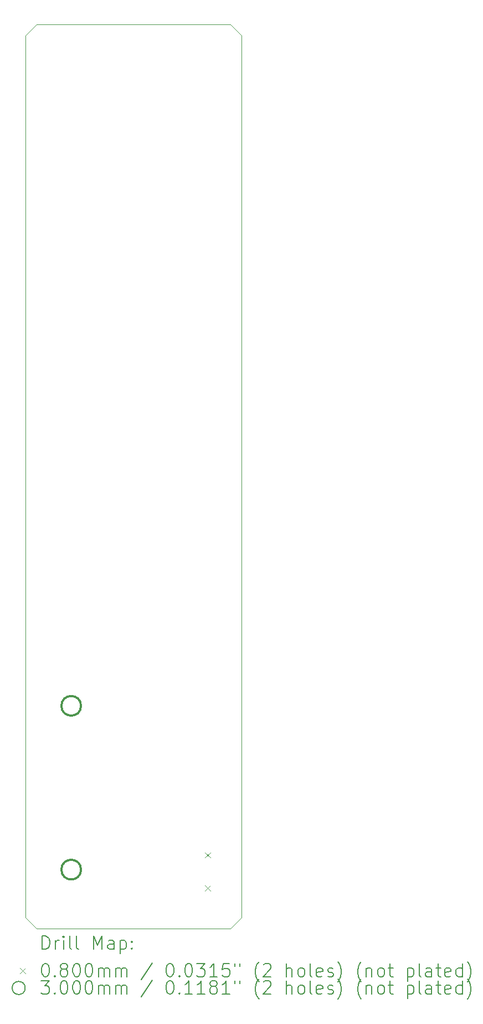
<source format=gbr>
%TF.GenerationSoftware,KiCad,Pcbnew,8.0.7*%
%TF.CreationDate,2025-01-01T13:33:24+01:00*%
%TF.ProjectId,termometer_kombo,7465726d-6f6d-4657-9465-725f6b6f6d62,rev?*%
%TF.SameCoordinates,Original*%
%TF.FileFunction,Drillmap*%
%TF.FilePolarity,Positive*%
%FSLAX45Y45*%
G04 Gerber Fmt 4.5, Leading zero omitted, Abs format (unit mm)*
G04 Created by KiCad (PCBNEW 8.0.7) date 2025-01-01 13:33:24*
%MOMM*%
%LPD*%
G01*
G04 APERTURE LIST*
%ADD10C,0.050000*%
%ADD11C,0.200000*%
%ADD12C,0.100000*%
%ADD13C,0.300000*%
G04 APERTURE END LIST*
D10*
X8670000Y-16400000D02*
X8500000Y-16230000D01*
X8500000Y-2770000D02*
X8500000Y-16230000D01*
X11800000Y-16230000D02*
X11630000Y-16400000D01*
X11630000Y-2600000D02*
X8670000Y-2600000D01*
X11800000Y-2770000D02*
X11630000Y-2600000D01*
X11800000Y-16230000D02*
X11800000Y-2770000D01*
X8670000Y-16400000D02*
X11630000Y-16400000D01*
X8500000Y-2770000D02*
X8670000Y-2600000D01*
D11*
D12*
X11245000Y-15240500D02*
X11325000Y-15320500D01*
X11325000Y-15240500D02*
X11245000Y-15320500D01*
X11245000Y-15740500D02*
X11325000Y-15820500D01*
X11325000Y-15740500D02*
X11245000Y-15820500D01*
D13*
X9350000Y-13000000D02*
G75*
G02*
X9050000Y-13000000I-150000J0D01*
G01*
X9050000Y-13000000D02*
G75*
G02*
X9350000Y-13000000I150000J0D01*
G01*
X9350000Y-15500000D02*
G75*
G02*
X9050000Y-15500000I-150000J0D01*
G01*
X9050000Y-15500000D02*
G75*
G02*
X9350000Y-15500000I150000J0D01*
G01*
D11*
X8758277Y-16713984D02*
X8758277Y-16513984D01*
X8758277Y-16513984D02*
X8805896Y-16513984D01*
X8805896Y-16513984D02*
X8834467Y-16523508D01*
X8834467Y-16523508D02*
X8853515Y-16542555D01*
X8853515Y-16542555D02*
X8863039Y-16561603D01*
X8863039Y-16561603D02*
X8872563Y-16599698D01*
X8872563Y-16599698D02*
X8872563Y-16628269D01*
X8872563Y-16628269D02*
X8863039Y-16666365D01*
X8863039Y-16666365D02*
X8853515Y-16685412D01*
X8853515Y-16685412D02*
X8834467Y-16704460D01*
X8834467Y-16704460D02*
X8805896Y-16713984D01*
X8805896Y-16713984D02*
X8758277Y-16713984D01*
X8958277Y-16713984D02*
X8958277Y-16580650D01*
X8958277Y-16618746D02*
X8967801Y-16599698D01*
X8967801Y-16599698D02*
X8977324Y-16590174D01*
X8977324Y-16590174D02*
X8996372Y-16580650D01*
X8996372Y-16580650D02*
X9015420Y-16580650D01*
X9082086Y-16713984D02*
X9082086Y-16580650D01*
X9082086Y-16513984D02*
X9072563Y-16523508D01*
X9072563Y-16523508D02*
X9082086Y-16533031D01*
X9082086Y-16533031D02*
X9091610Y-16523508D01*
X9091610Y-16523508D02*
X9082086Y-16513984D01*
X9082086Y-16513984D02*
X9082086Y-16533031D01*
X9205896Y-16713984D02*
X9186848Y-16704460D01*
X9186848Y-16704460D02*
X9177324Y-16685412D01*
X9177324Y-16685412D02*
X9177324Y-16513984D01*
X9310658Y-16713984D02*
X9291610Y-16704460D01*
X9291610Y-16704460D02*
X9282086Y-16685412D01*
X9282086Y-16685412D02*
X9282086Y-16513984D01*
X9539229Y-16713984D02*
X9539229Y-16513984D01*
X9539229Y-16513984D02*
X9605896Y-16656841D01*
X9605896Y-16656841D02*
X9672563Y-16513984D01*
X9672563Y-16513984D02*
X9672563Y-16713984D01*
X9853515Y-16713984D02*
X9853515Y-16609222D01*
X9853515Y-16609222D02*
X9843991Y-16590174D01*
X9843991Y-16590174D02*
X9824944Y-16580650D01*
X9824944Y-16580650D02*
X9786848Y-16580650D01*
X9786848Y-16580650D02*
X9767801Y-16590174D01*
X9853515Y-16704460D02*
X9834467Y-16713984D01*
X9834467Y-16713984D02*
X9786848Y-16713984D01*
X9786848Y-16713984D02*
X9767801Y-16704460D01*
X9767801Y-16704460D02*
X9758277Y-16685412D01*
X9758277Y-16685412D02*
X9758277Y-16666365D01*
X9758277Y-16666365D02*
X9767801Y-16647317D01*
X9767801Y-16647317D02*
X9786848Y-16637793D01*
X9786848Y-16637793D02*
X9834467Y-16637793D01*
X9834467Y-16637793D02*
X9853515Y-16628269D01*
X9948753Y-16580650D02*
X9948753Y-16780650D01*
X9948753Y-16590174D02*
X9967801Y-16580650D01*
X9967801Y-16580650D02*
X10005896Y-16580650D01*
X10005896Y-16580650D02*
X10024944Y-16590174D01*
X10024944Y-16590174D02*
X10034467Y-16599698D01*
X10034467Y-16599698D02*
X10043991Y-16618746D01*
X10043991Y-16618746D02*
X10043991Y-16675888D01*
X10043991Y-16675888D02*
X10034467Y-16694936D01*
X10034467Y-16694936D02*
X10024944Y-16704460D01*
X10024944Y-16704460D02*
X10005896Y-16713984D01*
X10005896Y-16713984D02*
X9967801Y-16713984D01*
X9967801Y-16713984D02*
X9948753Y-16704460D01*
X10129705Y-16694936D02*
X10139229Y-16704460D01*
X10139229Y-16704460D02*
X10129705Y-16713984D01*
X10129705Y-16713984D02*
X10120182Y-16704460D01*
X10120182Y-16704460D02*
X10129705Y-16694936D01*
X10129705Y-16694936D02*
X10129705Y-16713984D01*
X10129705Y-16590174D02*
X10139229Y-16599698D01*
X10139229Y-16599698D02*
X10129705Y-16609222D01*
X10129705Y-16609222D02*
X10120182Y-16599698D01*
X10120182Y-16599698D02*
X10129705Y-16590174D01*
X10129705Y-16590174D02*
X10129705Y-16609222D01*
D12*
X8417500Y-17002500D02*
X8497500Y-17082500D01*
X8497500Y-17002500D02*
X8417500Y-17082500D01*
D11*
X8796372Y-16933984D02*
X8815420Y-16933984D01*
X8815420Y-16933984D02*
X8834467Y-16943508D01*
X8834467Y-16943508D02*
X8843991Y-16953031D01*
X8843991Y-16953031D02*
X8853515Y-16972079D01*
X8853515Y-16972079D02*
X8863039Y-17010174D01*
X8863039Y-17010174D02*
X8863039Y-17057793D01*
X8863039Y-17057793D02*
X8853515Y-17095889D01*
X8853515Y-17095889D02*
X8843991Y-17114936D01*
X8843991Y-17114936D02*
X8834467Y-17124460D01*
X8834467Y-17124460D02*
X8815420Y-17133984D01*
X8815420Y-17133984D02*
X8796372Y-17133984D01*
X8796372Y-17133984D02*
X8777324Y-17124460D01*
X8777324Y-17124460D02*
X8767801Y-17114936D01*
X8767801Y-17114936D02*
X8758277Y-17095889D01*
X8758277Y-17095889D02*
X8748753Y-17057793D01*
X8748753Y-17057793D02*
X8748753Y-17010174D01*
X8748753Y-17010174D02*
X8758277Y-16972079D01*
X8758277Y-16972079D02*
X8767801Y-16953031D01*
X8767801Y-16953031D02*
X8777324Y-16943508D01*
X8777324Y-16943508D02*
X8796372Y-16933984D01*
X8948753Y-17114936D02*
X8958277Y-17124460D01*
X8958277Y-17124460D02*
X8948753Y-17133984D01*
X8948753Y-17133984D02*
X8939229Y-17124460D01*
X8939229Y-17124460D02*
X8948753Y-17114936D01*
X8948753Y-17114936D02*
X8948753Y-17133984D01*
X9072563Y-17019698D02*
X9053515Y-17010174D01*
X9053515Y-17010174D02*
X9043991Y-17000650D01*
X9043991Y-17000650D02*
X9034467Y-16981603D01*
X9034467Y-16981603D02*
X9034467Y-16972079D01*
X9034467Y-16972079D02*
X9043991Y-16953031D01*
X9043991Y-16953031D02*
X9053515Y-16943508D01*
X9053515Y-16943508D02*
X9072563Y-16933984D01*
X9072563Y-16933984D02*
X9110658Y-16933984D01*
X9110658Y-16933984D02*
X9129705Y-16943508D01*
X9129705Y-16943508D02*
X9139229Y-16953031D01*
X9139229Y-16953031D02*
X9148753Y-16972079D01*
X9148753Y-16972079D02*
X9148753Y-16981603D01*
X9148753Y-16981603D02*
X9139229Y-17000650D01*
X9139229Y-17000650D02*
X9129705Y-17010174D01*
X9129705Y-17010174D02*
X9110658Y-17019698D01*
X9110658Y-17019698D02*
X9072563Y-17019698D01*
X9072563Y-17019698D02*
X9053515Y-17029222D01*
X9053515Y-17029222D02*
X9043991Y-17038746D01*
X9043991Y-17038746D02*
X9034467Y-17057793D01*
X9034467Y-17057793D02*
X9034467Y-17095889D01*
X9034467Y-17095889D02*
X9043991Y-17114936D01*
X9043991Y-17114936D02*
X9053515Y-17124460D01*
X9053515Y-17124460D02*
X9072563Y-17133984D01*
X9072563Y-17133984D02*
X9110658Y-17133984D01*
X9110658Y-17133984D02*
X9129705Y-17124460D01*
X9129705Y-17124460D02*
X9139229Y-17114936D01*
X9139229Y-17114936D02*
X9148753Y-17095889D01*
X9148753Y-17095889D02*
X9148753Y-17057793D01*
X9148753Y-17057793D02*
X9139229Y-17038746D01*
X9139229Y-17038746D02*
X9129705Y-17029222D01*
X9129705Y-17029222D02*
X9110658Y-17019698D01*
X9272563Y-16933984D02*
X9291610Y-16933984D01*
X9291610Y-16933984D02*
X9310658Y-16943508D01*
X9310658Y-16943508D02*
X9320182Y-16953031D01*
X9320182Y-16953031D02*
X9329705Y-16972079D01*
X9329705Y-16972079D02*
X9339229Y-17010174D01*
X9339229Y-17010174D02*
X9339229Y-17057793D01*
X9339229Y-17057793D02*
X9329705Y-17095889D01*
X9329705Y-17095889D02*
X9320182Y-17114936D01*
X9320182Y-17114936D02*
X9310658Y-17124460D01*
X9310658Y-17124460D02*
X9291610Y-17133984D01*
X9291610Y-17133984D02*
X9272563Y-17133984D01*
X9272563Y-17133984D02*
X9253515Y-17124460D01*
X9253515Y-17124460D02*
X9243991Y-17114936D01*
X9243991Y-17114936D02*
X9234467Y-17095889D01*
X9234467Y-17095889D02*
X9224944Y-17057793D01*
X9224944Y-17057793D02*
X9224944Y-17010174D01*
X9224944Y-17010174D02*
X9234467Y-16972079D01*
X9234467Y-16972079D02*
X9243991Y-16953031D01*
X9243991Y-16953031D02*
X9253515Y-16943508D01*
X9253515Y-16943508D02*
X9272563Y-16933984D01*
X9463039Y-16933984D02*
X9482086Y-16933984D01*
X9482086Y-16933984D02*
X9501134Y-16943508D01*
X9501134Y-16943508D02*
X9510658Y-16953031D01*
X9510658Y-16953031D02*
X9520182Y-16972079D01*
X9520182Y-16972079D02*
X9529705Y-17010174D01*
X9529705Y-17010174D02*
X9529705Y-17057793D01*
X9529705Y-17057793D02*
X9520182Y-17095889D01*
X9520182Y-17095889D02*
X9510658Y-17114936D01*
X9510658Y-17114936D02*
X9501134Y-17124460D01*
X9501134Y-17124460D02*
X9482086Y-17133984D01*
X9482086Y-17133984D02*
X9463039Y-17133984D01*
X9463039Y-17133984D02*
X9443991Y-17124460D01*
X9443991Y-17124460D02*
X9434467Y-17114936D01*
X9434467Y-17114936D02*
X9424944Y-17095889D01*
X9424944Y-17095889D02*
X9415420Y-17057793D01*
X9415420Y-17057793D02*
X9415420Y-17010174D01*
X9415420Y-17010174D02*
X9424944Y-16972079D01*
X9424944Y-16972079D02*
X9434467Y-16953031D01*
X9434467Y-16953031D02*
X9443991Y-16943508D01*
X9443991Y-16943508D02*
X9463039Y-16933984D01*
X9615420Y-17133984D02*
X9615420Y-17000650D01*
X9615420Y-17019698D02*
X9624944Y-17010174D01*
X9624944Y-17010174D02*
X9643991Y-17000650D01*
X9643991Y-17000650D02*
X9672563Y-17000650D01*
X9672563Y-17000650D02*
X9691610Y-17010174D01*
X9691610Y-17010174D02*
X9701134Y-17029222D01*
X9701134Y-17029222D02*
X9701134Y-17133984D01*
X9701134Y-17029222D02*
X9710658Y-17010174D01*
X9710658Y-17010174D02*
X9729705Y-17000650D01*
X9729705Y-17000650D02*
X9758277Y-17000650D01*
X9758277Y-17000650D02*
X9777325Y-17010174D01*
X9777325Y-17010174D02*
X9786848Y-17029222D01*
X9786848Y-17029222D02*
X9786848Y-17133984D01*
X9882086Y-17133984D02*
X9882086Y-17000650D01*
X9882086Y-17019698D02*
X9891610Y-17010174D01*
X9891610Y-17010174D02*
X9910658Y-17000650D01*
X9910658Y-17000650D02*
X9939229Y-17000650D01*
X9939229Y-17000650D02*
X9958277Y-17010174D01*
X9958277Y-17010174D02*
X9967801Y-17029222D01*
X9967801Y-17029222D02*
X9967801Y-17133984D01*
X9967801Y-17029222D02*
X9977325Y-17010174D01*
X9977325Y-17010174D02*
X9996372Y-17000650D01*
X9996372Y-17000650D02*
X10024944Y-17000650D01*
X10024944Y-17000650D02*
X10043991Y-17010174D01*
X10043991Y-17010174D02*
X10053515Y-17029222D01*
X10053515Y-17029222D02*
X10053515Y-17133984D01*
X10443991Y-16924460D02*
X10272563Y-17181603D01*
X10701134Y-16933984D02*
X10720182Y-16933984D01*
X10720182Y-16933984D02*
X10739229Y-16943508D01*
X10739229Y-16943508D02*
X10748753Y-16953031D01*
X10748753Y-16953031D02*
X10758277Y-16972079D01*
X10758277Y-16972079D02*
X10767801Y-17010174D01*
X10767801Y-17010174D02*
X10767801Y-17057793D01*
X10767801Y-17057793D02*
X10758277Y-17095889D01*
X10758277Y-17095889D02*
X10748753Y-17114936D01*
X10748753Y-17114936D02*
X10739229Y-17124460D01*
X10739229Y-17124460D02*
X10720182Y-17133984D01*
X10720182Y-17133984D02*
X10701134Y-17133984D01*
X10701134Y-17133984D02*
X10682087Y-17124460D01*
X10682087Y-17124460D02*
X10672563Y-17114936D01*
X10672563Y-17114936D02*
X10663039Y-17095889D01*
X10663039Y-17095889D02*
X10653515Y-17057793D01*
X10653515Y-17057793D02*
X10653515Y-17010174D01*
X10653515Y-17010174D02*
X10663039Y-16972079D01*
X10663039Y-16972079D02*
X10672563Y-16953031D01*
X10672563Y-16953031D02*
X10682087Y-16943508D01*
X10682087Y-16943508D02*
X10701134Y-16933984D01*
X10853515Y-17114936D02*
X10863039Y-17124460D01*
X10863039Y-17124460D02*
X10853515Y-17133984D01*
X10853515Y-17133984D02*
X10843991Y-17124460D01*
X10843991Y-17124460D02*
X10853515Y-17114936D01*
X10853515Y-17114936D02*
X10853515Y-17133984D01*
X10986848Y-16933984D02*
X11005896Y-16933984D01*
X11005896Y-16933984D02*
X11024944Y-16943508D01*
X11024944Y-16943508D02*
X11034468Y-16953031D01*
X11034468Y-16953031D02*
X11043991Y-16972079D01*
X11043991Y-16972079D02*
X11053515Y-17010174D01*
X11053515Y-17010174D02*
X11053515Y-17057793D01*
X11053515Y-17057793D02*
X11043991Y-17095889D01*
X11043991Y-17095889D02*
X11034468Y-17114936D01*
X11034468Y-17114936D02*
X11024944Y-17124460D01*
X11024944Y-17124460D02*
X11005896Y-17133984D01*
X11005896Y-17133984D02*
X10986848Y-17133984D01*
X10986848Y-17133984D02*
X10967801Y-17124460D01*
X10967801Y-17124460D02*
X10958277Y-17114936D01*
X10958277Y-17114936D02*
X10948753Y-17095889D01*
X10948753Y-17095889D02*
X10939229Y-17057793D01*
X10939229Y-17057793D02*
X10939229Y-17010174D01*
X10939229Y-17010174D02*
X10948753Y-16972079D01*
X10948753Y-16972079D02*
X10958277Y-16953031D01*
X10958277Y-16953031D02*
X10967801Y-16943508D01*
X10967801Y-16943508D02*
X10986848Y-16933984D01*
X11120182Y-16933984D02*
X11243991Y-16933984D01*
X11243991Y-16933984D02*
X11177325Y-17010174D01*
X11177325Y-17010174D02*
X11205896Y-17010174D01*
X11205896Y-17010174D02*
X11224944Y-17019698D01*
X11224944Y-17019698D02*
X11234467Y-17029222D01*
X11234467Y-17029222D02*
X11243991Y-17048270D01*
X11243991Y-17048270D02*
X11243991Y-17095889D01*
X11243991Y-17095889D02*
X11234467Y-17114936D01*
X11234467Y-17114936D02*
X11224944Y-17124460D01*
X11224944Y-17124460D02*
X11205896Y-17133984D01*
X11205896Y-17133984D02*
X11148753Y-17133984D01*
X11148753Y-17133984D02*
X11129706Y-17124460D01*
X11129706Y-17124460D02*
X11120182Y-17114936D01*
X11434467Y-17133984D02*
X11320182Y-17133984D01*
X11377325Y-17133984D02*
X11377325Y-16933984D01*
X11377325Y-16933984D02*
X11358277Y-16962555D01*
X11358277Y-16962555D02*
X11339229Y-16981603D01*
X11339229Y-16981603D02*
X11320182Y-16991127D01*
X11615420Y-16933984D02*
X11520182Y-16933984D01*
X11520182Y-16933984D02*
X11510658Y-17029222D01*
X11510658Y-17029222D02*
X11520182Y-17019698D01*
X11520182Y-17019698D02*
X11539229Y-17010174D01*
X11539229Y-17010174D02*
X11586848Y-17010174D01*
X11586848Y-17010174D02*
X11605896Y-17019698D01*
X11605896Y-17019698D02*
X11615420Y-17029222D01*
X11615420Y-17029222D02*
X11624944Y-17048270D01*
X11624944Y-17048270D02*
X11624944Y-17095889D01*
X11624944Y-17095889D02*
X11615420Y-17114936D01*
X11615420Y-17114936D02*
X11605896Y-17124460D01*
X11605896Y-17124460D02*
X11586848Y-17133984D01*
X11586848Y-17133984D02*
X11539229Y-17133984D01*
X11539229Y-17133984D02*
X11520182Y-17124460D01*
X11520182Y-17124460D02*
X11510658Y-17114936D01*
X11701134Y-16933984D02*
X11701134Y-16972079D01*
X11777325Y-16933984D02*
X11777325Y-16972079D01*
X12072563Y-17210174D02*
X12063039Y-17200650D01*
X12063039Y-17200650D02*
X12043991Y-17172079D01*
X12043991Y-17172079D02*
X12034468Y-17153031D01*
X12034468Y-17153031D02*
X12024944Y-17124460D01*
X12024944Y-17124460D02*
X12015420Y-17076841D01*
X12015420Y-17076841D02*
X12015420Y-17038746D01*
X12015420Y-17038746D02*
X12024944Y-16991127D01*
X12024944Y-16991127D02*
X12034468Y-16962555D01*
X12034468Y-16962555D02*
X12043991Y-16943508D01*
X12043991Y-16943508D02*
X12063039Y-16914936D01*
X12063039Y-16914936D02*
X12072563Y-16905412D01*
X12139229Y-16953031D02*
X12148753Y-16943508D01*
X12148753Y-16943508D02*
X12167801Y-16933984D01*
X12167801Y-16933984D02*
X12215420Y-16933984D01*
X12215420Y-16933984D02*
X12234468Y-16943508D01*
X12234468Y-16943508D02*
X12243991Y-16953031D01*
X12243991Y-16953031D02*
X12253515Y-16972079D01*
X12253515Y-16972079D02*
X12253515Y-16991127D01*
X12253515Y-16991127D02*
X12243991Y-17019698D01*
X12243991Y-17019698D02*
X12129706Y-17133984D01*
X12129706Y-17133984D02*
X12253515Y-17133984D01*
X12491610Y-17133984D02*
X12491610Y-16933984D01*
X12577325Y-17133984D02*
X12577325Y-17029222D01*
X12577325Y-17029222D02*
X12567801Y-17010174D01*
X12567801Y-17010174D02*
X12548753Y-17000650D01*
X12548753Y-17000650D02*
X12520182Y-17000650D01*
X12520182Y-17000650D02*
X12501134Y-17010174D01*
X12501134Y-17010174D02*
X12491610Y-17019698D01*
X12701134Y-17133984D02*
X12682087Y-17124460D01*
X12682087Y-17124460D02*
X12672563Y-17114936D01*
X12672563Y-17114936D02*
X12663039Y-17095889D01*
X12663039Y-17095889D02*
X12663039Y-17038746D01*
X12663039Y-17038746D02*
X12672563Y-17019698D01*
X12672563Y-17019698D02*
X12682087Y-17010174D01*
X12682087Y-17010174D02*
X12701134Y-17000650D01*
X12701134Y-17000650D02*
X12729706Y-17000650D01*
X12729706Y-17000650D02*
X12748753Y-17010174D01*
X12748753Y-17010174D02*
X12758277Y-17019698D01*
X12758277Y-17019698D02*
X12767801Y-17038746D01*
X12767801Y-17038746D02*
X12767801Y-17095889D01*
X12767801Y-17095889D02*
X12758277Y-17114936D01*
X12758277Y-17114936D02*
X12748753Y-17124460D01*
X12748753Y-17124460D02*
X12729706Y-17133984D01*
X12729706Y-17133984D02*
X12701134Y-17133984D01*
X12882087Y-17133984D02*
X12863039Y-17124460D01*
X12863039Y-17124460D02*
X12853515Y-17105412D01*
X12853515Y-17105412D02*
X12853515Y-16933984D01*
X13034468Y-17124460D02*
X13015420Y-17133984D01*
X13015420Y-17133984D02*
X12977325Y-17133984D01*
X12977325Y-17133984D02*
X12958277Y-17124460D01*
X12958277Y-17124460D02*
X12948753Y-17105412D01*
X12948753Y-17105412D02*
X12948753Y-17029222D01*
X12948753Y-17029222D02*
X12958277Y-17010174D01*
X12958277Y-17010174D02*
X12977325Y-17000650D01*
X12977325Y-17000650D02*
X13015420Y-17000650D01*
X13015420Y-17000650D02*
X13034468Y-17010174D01*
X13034468Y-17010174D02*
X13043991Y-17029222D01*
X13043991Y-17029222D02*
X13043991Y-17048270D01*
X13043991Y-17048270D02*
X12948753Y-17067317D01*
X13120182Y-17124460D02*
X13139230Y-17133984D01*
X13139230Y-17133984D02*
X13177325Y-17133984D01*
X13177325Y-17133984D02*
X13196372Y-17124460D01*
X13196372Y-17124460D02*
X13205896Y-17105412D01*
X13205896Y-17105412D02*
X13205896Y-17095889D01*
X13205896Y-17095889D02*
X13196372Y-17076841D01*
X13196372Y-17076841D02*
X13177325Y-17067317D01*
X13177325Y-17067317D02*
X13148753Y-17067317D01*
X13148753Y-17067317D02*
X13129706Y-17057793D01*
X13129706Y-17057793D02*
X13120182Y-17038746D01*
X13120182Y-17038746D02*
X13120182Y-17029222D01*
X13120182Y-17029222D02*
X13129706Y-17010174D01*
X13129706Y-17010174D02*
X13148753Y-17000650D01*
X13148753Y-17000650D02*
X13177325Y-17000650D01*
X13177325Y-17000650D02*
X13196372Y-17010174D01*
X13272563Y-17210174D02*
X13282087Y-17200650D01*
X13282087Y-17200650D02*
X13301134Y-17172079D01*
X13301134Y-17172079D02*
X13310658Y-17153031D01*
X13310658Y-17153031D02*
X13320182Y-17124460D01*
X13320182Y-17124460D02*
X13329706Y-17076841D01*
X13329706Y-17076841D02*
X13329706Y-17038746D01*
X13329706Y-17038746D02*
X13320182Y-16991127D01*
X13320182Y-16991127D02*
X13310658Y-16962555D01*
X13310658Y-16962555D02*
X13301134Y-16943508D01*
X13301134Y-16943508D02*
X13282087Y-16914936D01*
X13282087Y-16914936D02*
X13272563Y-16905412D01*
X13634468Y-17210174D02*
X13624944Y-17200650D01*
X13624944Y-17200650D02*
X13605896Y-17172079D01*
X13605896Y-17172079D02*
X13596372Y-17153031D01*
X13596372Y-17153031D02*
X13586849Y-17124460D01*
X13586849Y-17124460D02*
X13577325Y-17076841D01*
X13577325Y-17076841D02*
X13577325Y-17038746D01*
X13577325Y-17038746D02*
X13586849Y-16991127D01*
X13586849Y-16991127D02*
X13596372Y-16962555D01*
X13596372Y-16962555D02*
X13605896Y-16943508D01*
X13605896Y-16943508D02*
X13624944Y-16914936D01*
X13624944Y-16914936D02*
X13634468Y-16905412D01*
X13710658Y-17000650D02*
X13710658Y-17133984D01*
X13710658Y-17019698D02*
X13720182Y-17010174D01*
X13720182Y-17010174D02*
X13739230Y-17000650D01*
X13739230Y-17000650D02*
X13767801Y-17000650D01*
X13767801Y-17000650D02*
X13786849Y-17010174D01*
X13786849Y-17010174D02*
X13796372Y-17029222D01*
X13796372Y-17029222D02*
X13796372Y-17133984D01*
X13920182Y-17133984D02*
X13901134Y-17124460D01*
X13901134Y-17124460D02*
X13891611Y-17114936D01*
X13891611Y-17114936D02*
X13882087Y-17095889D01*
X13882087Y-17095889D02*
X13882087Y-17038746D01*
X13882087Y-17038746D02*
X13891611Y-17019698D01*
X13891611Y-17019698D02*
X13901134Y-17010174D01*
X13901134Y-17010174D02*
X13920182Y-17000650D01*
X13920182Y-17000650D02*
X13948753Y-17000650D01*
X13948753Y-17000650D02*
X13967801Y-17010174D01*
X13967801Y-17010174D02*
X13977325Y-17019698D01*
X13977325Y-17019698D02*
X13986849Y-17038746D01*
X13986849Y-17038746D02*
X13986849Y-17095889D01*
X13986849Y-17095889D02*
X13977325Y-17114936D01*
X13977325Y-17114936D02*
X13967801Y-17124460D01*
X13967801Y-17124460D02*
X13948753Y-17133984D01*
X13948753Y-17133984D02*
X13920182Y-17133984D01*
X14043992Y-17000650D02*
X14120182Y-17000650D01*
X14072563Y-16933984D02*
X14072563Y-17105412D01*
X14072563Y-17105412D02*
X14082087Y-17124460D01*
X14082087Y-17124460D02*
X14101134Y-17133984D01*
X14101134Y-17133984D02*
X14120182Y-17133984D01*
X14339230Y-17000650D02*
X14339230Y-17200650D01*
X14339230Y-17010174D02*
X14358277Y-17000650D01*
X14358277Y-17000650D02*
X14396373Y-17000650D01*
X14396373Y-17000650D02*
X14415420Y-17010174D01*
X14415420Y-17010174D02*
X14424944Y-17019698D01*
X14424944Y-17019698D02*
X14434468Y-17038746D01*
X14434468Y-17038746D02*
X14434468Y-17095889D01*
X14434468Y-17095889D02*
X14424944Y-17114936D01*
X14424944Y-17114936D02*
X14415420Y-17124460D01*
X14415420Y-17124460D02*
X14396373Y-17133984D01*
X14396373Y-17133984D02*
X14358277Y-17133984D01*
X14358277Y-17133984D02*
X14339230Y-17124460D01*
X14548753Y-17133984D02*
X14529706Y-17124460D01*
X14529706Y-17124460D02*
X14520182Y-17105412D01*
X14520182Y-17105412D02*
X14520182Y-16933984D01*
X14710658Y-17133984D02*
X14710658Y-17029222D01*
X14710658Y-17029222D02*
X14701134Y-17010174D01*
X14701134Y-17010174D02*
X14682087Y-17000650D01*
X14682087Y-17000650D02*
X14643992Y-17000650D01*
X14643992Y-17000650D02*
X14624944Y-17010174D01*
X14710658Y-17124460D02*
X14691611Y-17133984D01*
X14691611Y-17133984D02*
X14643992Y-17133984D01*
X14643992Y-17133984D02*
X14624944Y-17124460D01*
X14624944Y-17124460D02*
X14615420Y-17105412D01*
X14615420Y-17105412D02*
X14615420Y-17086365D01*
X14615420Y-17086365D02*
X14624944Y-17067317D01*
X14624944Y-17067317D02*
X14643992Y-17057793D01*
X14643992Y-17057793D02*
X14691611Y-17057793D01*
X14691611Y-17057793D02*
X14710658Y-17048270D01*
X14777325Y-17000650D02*
X14853515Y-17000650D01*
X14805896Y-16933984D02*
X14805896Y-17105412D01*
X14805896Y-17105412D02*
X14815420Y-17124460D01*
X14815420Y-17124460D02*
X14834468Y-17133984D01*
X14834468Y-17133984D02*
X14853515Y-17133984D01*
X14996373Y-17124460D02*
X14977325Y-17133984D01*
X14977325Y-17133984D02*
X14939230Y-17133984D01*
X14939230Y-17133984D02*
X14920182Y-17124460D01*
X14920182Y-17124460D02*
X14910658Y-17105412D01*
X14910658Y-17105412D02*
X14910658Y-17029222D01*
X14910658Y-17029222D02*
X14920182Y-17010174D01*
X14920182Y-17010174D02*
X14939230Y-17000650D01*
X14939230Y-17000650D02*
X14977325Y-17000650D01*
X14977325Y-17000650D02*
X14996373Y-17010174D01*
X14996373Y-17010174D02*
X15005896Y-17029222D01*
X15005896Y-17029222D02*
X15005896Y-17048270D01*
X15005896Y-17048270D02*
X14910658Y-17067317D01*
X15177325Y-17133984D02*
X15177325Y-16933984D01*
X15177325Y-17124460D02*
X15158277Y-17133984D01*
X15158277Y-17133984D02*
X15120182Y-17133984D01*
X15120182Y-17133984D02*
X15101134Y-17124460D01*
X15101134Y-17124460D02*
X15091611Y-17114936D01*
X15091611Y-17114936D02*
X15082087Y-17095889D01*
X15082087Y-17095889D02*
X15082087Y-17038746D01*
X15082087Y-17038746D02*
X15091611Y-17019698D01*
X15091611Y-17019698D02*
X15101134Y-17010174D01*
X15101134Y-17010174D02*
X15120182Y-17000650D01*
X15120182Y-17000650D02*
X15158277Y-17000650D01*
X15158277Y-17000650D02*
X15177325Y-17010174D01*
X15253515Y-17210174D02*
X15263039Y-17200650D01*
X15263039Y-17200650D02*
X15282087Y-17172079D01*
X15282087Y-17172079D02*
X15291611Y-17153031D01*
X15291611Y-17153031D02*
X15301134Y-17124460D01*
X15301134Y-17124460D02*
X15310658Y-17076841D01*
X15310658Y-17076841D02*
X15310658Y-17038746D01*
X15310658Y-17038746D02*
X15301134Y-16991127D01*
X15301134Y-16991127D02*
X15291611Y-16962555D01*
X15291611Y-16962555D02*
X15282087Y-16943508D01*
X15282087Y-16943508D02*
X15263039Y-16914936D01*
X15263039Y-16914936D02*
X15253515Y-16905412D01*
X8497500Y-17306500D02*
G75*
G02*
X8297500Y-17306500I-100000J0D01*
G01*
X8297500Y-17306500D02*
G75*
G02*
X8497500Y-17306500I100000J0D01*
G01*
X8739229Y-17197984D02*
X8863039Y-17197984D01*
X8863039Y-17197984D02*
X8796372Y-17274174D01*
X8796372Y-17274174D02*
X8824944Y-17274174D01*
X8824944Y-17274174D02*
X8843991Y-17283698D01*
X8843991Y-17283698D02*
X8853515Y-17293222D01*
X8853515Y-17293222D02*
X8863039Y-17312270D01*
X8863039Y-17312270D02*
X8863039Y-17359889D01*
X8863039Y-17359889D02*
X8853515Y-17378936D01*
X8853515Y-17378936D02*
X8843991Y-17388460D01*
X8843991Y-17388460D02*
X8824944Y-17397984D01*
X8824944Y-17397984D02*
X8767801Y-17397984D01*
X8767801Y-17397984D02*
X8748753Y-17388460D01*
X8748753Y-17388460D02*
X8739229Y-17378936D01*
X8948753Y-17378936D02*
X8958277Y-17388460D01*
X8958277Y-17388460D02*
X8948753Y-17397984D01*
X8948753Y-17397984D02*
X8939229Y-17388460D01*
X8939229Y-17388460D02*
X8948753Y-17378936D01*
X8948753Y-17378936D02*
X8948753Y-17397984D01*
X9082086Y-17197984D02*
X9101134Y-17197984D01*
X9101134Y-17197984D02*
X9120182Y-17207508D01*
X9120182Y-17207508D02*
X9129705Y-17217031D01*
X9129705Y-17217031D02*
X9139229Y-17236079D01*
X9139229Y-17236079D02*
X9148753Y-17274174D01*
X9148753Y-17274174D02*
X9148753Y-17321793D01*
X9148753Y-17321793D02*
X9139229Y-17359889D01*
X9139229Y-17359889D02*
X9129705Y-17378936D01*
X9129705Y-17378936D02*
X9120182Y-17388460D01*
X9120182Y-17388460D02*
X9101134Y-17397984D01*
X9101134Y-17397984D02*
X9082086Y-17397984D01*
X9082086Y-17397984D02*
X9063039Y-17388460D01*
X9063039Y-17388460D02*
X9053515Y-17378936D01*
X9053515Y-17378936D02*
X9043991Y-17359889D01*
X9043991Y-17359889D02*
X9034467Y-17321793D01*
X9034467Y-17321793D02*
X9034467Y-17274174D01*
X9034467Y-17274174D02*
X9043991Y-17236079D01*
X9043991Y-17236079D02*
X9053515Y-17217031D01*
X9053515Y-17217031D02*
X9063039Y-17207508D01*
X9063039Y-17207508D02*
X9082086Y-17197984D01*
X9272563Y-17197984D02*
X9291610Y-17197984D01*
X9291610Y-17197984D02*
X9310658Y-17207508D01*
X9310658Y-17207508D02*
X9320182Y-17217031D01*
X9320182Y-17217031D02*
X9329705Y-17236079D01*
X9329705Y-17236079D02*
X9339229Y-17274174D01*
X9339229Y-17274174D02*
X9339229Y-17321793D01*
X9339229Y-17321793D02*
X9329705Y-17359889D01*
X9329705Y-17359889D02*
X9320182Y-17378936D01*
X9320182Y-17378936D02*
X9310658Y-17388460D01*
X9310658Y-17388460D02*
X9291610Y-17397984D01*
X9291610Y-17397984D02*
X9272563Y-17397984D01*
X9272563Y-17397984D02*
X9253515Y-17388460D01*
X9253515Y-17388460D02*
X9243991Y-17378936D01*
X9243991Y-17378936D02*
X9234467Y-17359889D01*
X9234467Y-17359889D02*
X9224944Y-17321793D01*
X9224944Y-17321793D02*
X9224944Y-17274174D01*
X9224944Y-17274174D02*
X9234467Y-17236079D01*
X9234467Y-17236079D02*
X9243991Y-17217031D01*
X9243991Y-17217031D02*
X9253515Y-17207508D01*
X9253515Y-17207508D02*
X9272563Y-17197984D01*
X9463039Y-17197984D02*
X9482086Y-17197984D01*
X9482086Y-17197984D02*
X9501134Y-17207508D01*
X9501134Y-17207508D02*
X9510658Y-17217031D01*
X9510658Y-17217031D02*
X9520182Y-17236079D01*
X9520182Y-17236079D02*
X9529705Y-17274174D01*
X9529705Y-17274174D02*
X9529705Y-17321793D01*
X9529705Y-17321793D02*
X9520182Y-17359889D01*
X9520182Y-17359889D02*
X9510658Y-17378936D01*
X9510658Y-17378936D02*
X9501134Y-17388460D01*
X9501134Y-17388460D02*
X9482086Y-17397984D01*
X9482086Y-17397984D02*
X9463039Y-17397984D01*
X9463039Y-17397984D02*
X9443991Y-17388460D01*
X9443991Y-17388460D02*
X9434467Y-17378936D01*
X9434467Y-17378936D02*
X9424944Y-17359889D01*
X9424944Y-17359889D02*
X9415420Y-17321793D01*
X9415420Y-17321793D02*
X9415420Y-17274174D01*
X9415420Y-17274174D02*
X9424944Y-17236079D01*
X9424944Y-17236079D02*
X9434467Y-17217031D01*
X9434467Y-17217031D02*
X9443991Y-17207508D01*
X9443991Y-17207508D02*
X9463039Y-17197984D01*
X9615420Y-17397984D02*
X9615420Y-17264650D01*
X9615420Y-17283698D02*
X9624944Y-17274174D01*
X9624944Y-17274174D02*
X9643991Y-17264650D01*
X9643991Y-17264650D02*
X9672563Y-17264650D01*
X9672563Y-17264650D02*
X9691610Y-17274174D01*
X9691610Y-17274174D02*
X9701134Y-17293222D01*
X9701134Y-17293222D02*
X9701134Y-17397984D01*
X9701134Y-17293222D02*
X9710658Y-17274174D01*
X9710658Y-17274174D02*
X9729705Y-17264650D01*
X9729705Y-17264650D02*
X9758277Y-17264650D01*
X9758277Y-17264650D02*
X9777325Y-17274174D01*
X9777325Y-17274174D02*
X9786848Y-17293222D01*
X9786848Y-17293222D02*
X9786848Y-17397984D01*
X9882086Y-17397984D02*
X9882086Y-17264650D01*
X9882086Y-17283698D02*
X9891610Y-17274174D01*
X9891610Y-17274174D02*
X9910658Y-17264650D01*
X9910658Y-17264650D02*
X9939229Y-17264650D01*
X9939229Y-17264650D02*
X9958277Y-17274174D01*
X9958277Y-17274174D02*
X9967801Y-17293222D01*
X9967801Y-17293222D02*
X9967801Y-17397984D01*
X9967801Y-17293222D02*
X9977325Y-17274174D01*
X9977325Y-17274174D02*
X9996372Y-17264650D01*
X9996372Y-17264650D02*
X10024944Y-17264650D01*
X10024944Y-17264650D02*
X10043991Y-17274174D01*
X10043991Y-17274174D02*
X10053515Y-17293222D01*
X10053515Y-17293222D02*
X10053515Y-17397984D01*
X10443991Y-17188460D02*
X10272563Y-17445603D01*
X10701134Y-17197984D02*
X10720182Y-17197984D01*
X10720182Y-17197984D02*
X10739229Y-17207508D01*
X10739229Y-17207508D02*
X10748753Y-17217031D01*
X10748753Y-17217031D02*
X10758277Y-17236079D01*
X10758277Y-17236079D02*
X10767801Y-17274174D01*
X10767801Y-17274174D02*
X10767801Y-17321793D01*
X10767801Y-17321793D02*
X10758277Y-17359889D01*
X10758277Y-17359889D02*
X10748753Y-17378936D01*
X10748753Y-17378936D02*
X10739229Y-17388460D01*
X10739229Y-17388460D02*
X10720182Y-17397984D01*
X10720182Y-17397984D02*
X10701134Y-17397984D01*
X10701134Y-17397984D02*
X10682087Y-17388460D01*
X10682087Y-17388460D02*
X10672563Y-17378936D01*
X10672563Y-17378936D02*
X10663039Y-17359889D01*
X10663039Y-17359889D02*
X10653515Y-17321793D01*
X10653515Y-17321793D02*
X10653515Y-17274174D01*
X10653515Y-17274174D02*
X10663039Y-17236079D01*
X10663039Y-17236079D02*
X10672563Y-17217031D01*
X10672563Y-17217031D02*
X10682087Y-17207508D01*
X10682087Y-17207508D02*
X10701134Y-17197984D01*
X10853515Y-17378936D02*
X10863039Y-17388460D01*
X10863039Y-17388460D02*
X10853515Y-17397984D01*
X10853515Y-17397984D02*
X10843991Y-17388460D01*
X10843991Y-17388460D02*
X10853515Y-17378936D01*
X10853515Y-17378936D02*
X10853515Y-17397984D01*
X11053515Y-17397984D02*
X10939229Y-17397984D01*
X10996372Y-17397984D02*
X10996372Y-17197984D01*
X10996372Y-17197984D02*
X10977325Y-17226555D01*
X10977325Y-17226555D02*
X10958277Y-17245603D01*
X10958277Y-17245603D02*
X10939229Y-17255127D01*
X11243991Y-17397984D02*
X11129706Y-17397984D01*
X11186848Y-17397984D02*
X11186848Y-17197984D01*
X11186848Y-17197984D02*
X11167801Y-17226555D01*
X11167801Y-17226555D02*
X11148753Y-17245603D01*
X11148753Y-17245603D02*
X11129706Y-17255127D01*
X11358277Y-17283698D02*
X11339229Y-17274174D01*
X11339229Y-17274174D02*
X11329706Y-17264650D01*
X11329706Y-17264650D02*
X11320182Y-17245603D01*
X11320182Y-17245603D02*
X11320182Y-17236079D01*
X11320182Y-17236079D02*
X11329706Y-17217031D01*
X11329706Y-17217031D02*
X11339229Y-17207508D01*
X11339229Y-17207508D02*
X11358277Y-17197984D01*
X11358277Y-17197984D02*
X11396372Y-17197984D01*
X11396372Y-17197984D02*
X11415420Y-17207508D01*
X11415420Y-17207508D02*
X11424944Y-17217031D01*
X11424944Y-17217031D02*
X11434467Y-17236079D01*
X11434467Y-17236079D02*
X11434467Y-17245603D01*
X11434467Y-17245603D02*
X11424944Y-17264650D01*
X11424944Y-17264650D02*
X11415420Y-17274174D01*
X11415420Y-17274174D02*
X11396372Y-17283698D01*
X11396372Y-17283698D02*
X11358277Y-17283698D01*
X11358277Y-17283698D02*
X11339229Y-17293222D01*
X11339229Y-17293222D02*
X11329706Y-17302746D01*
X11329706Y-17302746D02*
X11320182Y-17321793D01*
X11320182Y-17321793D02*
X11320182Y-17359889D01*
X11320182Y-17359889D02*
X11329706Y-17378936D01*
X11329706Y-17378936D02*
X11339229Y-17388460D01*
X11339229Y-17388460D02*
X11358277Y-17397984D01*
X11358277Y-17397984D02*
X11396372Y-17397984D01*
X11396372Y-17397984D02*
X11415420Y-17388460D01*
X11415420Y-17388460D02*
X11424944Y-17378936D01*
X11424944Y-17378936D02*
X11434467Y-17359889D01*
X11434467Y-17359889D02*
X11434467Y-17321793D01*
X11434467Y-17321793D02*
X11424944Y-17302746D01*
X11424944Y-17302746D02*
X11415420Y-17293222D01*
X11415420Y-17293222D02*
X11396372Y-17283698D01*
X11624944Y-17397984D02*
X11510658Y-17397984D01*
X11567801Y-17397984D02*
X11567801Y-17197984D01*
X11567801Y-17197984D02*
X11548753Y-17226555D01*
X11548753Y-17226555D02*
X11529706Y-17245603D01*
X11529706Y-17245603D02*
X11510658Y-17255127D01*
X11701134Y-17197984D02*
X11701134Y-17236079D01*
X11777325Y-17197984D02*
X11777325Y-17236079D01*
X12072563Y-17474174D02*
X12063039Y-17464650D01*
X12063039Y-17464650D02*
X12043991Y-17436079D01*
X12043991Y-17436079D02*
X12034468Y-17417031D01*
X12034468Y-17417031D02*
X12024944Y-17388460D01*
X12024944Y-17388460D02*
X12015420Y-17340841D01*
X12015420Y-17340841D02*
X12015420Y-17302746D01*
X12015420Y-17302746D02*
X12024944Y-17255127D01*
X12024944Y-17255127D02*
X12034468Y-17226555D01*
X12034468Y-17226555D02*
X12043991Y-17207508D01*
X12043991Y-17207508D02*
X12063039Y-17178936D01*
X12063039Y-17178936D02*
X12072563Y-17169412D01*
X12139229Y-17217031D02*
X12148753Y-17207508D01*
X12148753Y-17207508D02*
X12167801Y-17197984D01*
X12167801Y-17197984D02*
X12215420Y-17197984D01*
X12215420Y-17197984D02*
X12234468Y-17207508D01*
X12234468Y-17207508D02*
X12243991Y-17217031D01*
X12243991Y-17217031D02*
X12253515Y-17236079D01*
X12253515Y-17236079D02*
X12253515Y-17255127D01*
X12253515Y-17255127D02*
X12243991Y-17283698D01*
X12243991Y-17283698D02*
X12129706Y-17397984D01*
X12129706Y-17397984D02*
X12253515Y-17397984D01*
X12491610Y-17397984D02*
X12491610Y-17197984D01*
X12577325Y-17397984D02*
X12577325Y-17293222D01*
X12577325Y-17293222D02*
X12567801Y-17274174D01*
X12567801Y-17274174D02*
X12548753Y-17264650D01*
X12548753Y-17264650D02*
X12520182Y-17264650D01*
X12520182Y-17264650D02*
X12501134Y-17274174D01*
X12501134Y-17274174D02*
X12491610Y-17283698D01*
X12701134Y-17397984D02*
X12682087Y-17388460D01*
X12682087Y-17388460D02*
X12672563Y-17378936D01*
X12672563Y-17378936D02*
X12663039Y-17359889D01*
X12663039Y-17359889D02*
X12663039Y-17302746D01*
X12663039Y-17302746D02*
X12672563Y-17283698D01*
X12672563Y-17283698D02*
X12682087Y-17274174D01*
X12682087Y-17274174D02*
X12701134Y-17264650D01*
X12701134Y-17264650D02*
X12729706Y-17264650D01*
X12729706Y-17264650D02*
X12748753Y-17274174D01*
X12748753Y-17274174D02*
X12758277Y-17283698D01*
X12758277Y-17283698D02*
X12767801Y-17302746D01*
X12767801Y-17302746D02*
X12767801Y-17359889D01*
X12767801Y-17359889D02*
X12758277Y-17378936D01*
X12758277Y-17378936D02*
X12748753Y-17388460D01*
X12748753Y-17388460D02*
X12729706Y-17397984D01*
X12729706Y-17397984D02*
X12701134Y-17397984D01*
X12882087Y-17397984D02*
X12863039Y-17388460D01*
X12863039Y-17388460D02*
X12853515Y-17369412D01*
X12853515Y-17369412D02*
X12853515Y-17197984D01*
X13034468Y-17388460D02*
X13015420Y-17397984D01*
X13015420Y-17397984D02*
X12977325Y-17397984D01*
X12977325Y-17397984D02*
X12958277Y-17388460D01*
X12958277Y-17388460D02*
X12948753Y-17369412D01*
X12948753Y-17369412D02*
X12948753Y-17293222D01*
X12948753Y-17293222D02*
X12958277Y-17274174D01*
X12958277Y-17274174D02*
X12977325Y-17264650D01*
X12977325Y-17264650D02*
X13015420Y-17264650D01*
X13015420Y-17264650D02*
X13034468Y-17274174D01*
X13034468Y-17274174D02*
X13043991Y-17293222D01*
X13043991Y-17293222D02*
X13043991Y-17312270D01*
X13043991Y-17312270D02*
X12948753Y-17331317D01*
X13120182Y-17388460D02*
X13139230Y-17397984D01*
X13139230Y-17397984D02*
X13177325Y-17397984D01*
X13177325Y-17397984D02*
X13196372Y-17388460D01*
X13196372Y-17388460D02*
X13205896Y-17369412D01*
X13205896Y-17369412D02*
X13205896Y-17359889D01*
X13205896Y-17359889D02*
X13196372Y-17340841D01*
X13196372Y-17340841D02*
X13177325Y-17331317D01*
X13177325Y-17331317D02*
X13148753Y-17331317D01*
X13148753Y-17331317D02*
X13129706Y-17321793D01*
X13129706Y-17321793D02*
X13120182Y-17302746D01*
X13120182Y-17302746D02*
X13120182Y-17293222D01*
X13120182Y-17293222D02*
X13129706Y-17274174D01*
X13129706Y-17274174D02*
X13148753Y-17264650D01*
X13148753Y-17264650D02*
X13177325Y-17264650D01*
X13177325Y-17264650D02*
X13196372Y-17274174D01*
X13272563Y-17474174D02*
X13282087Y-17464650D01*
X13282087Y-17464650D02*
X13301134Y-17436079D01*
X13301134Y-17436079D02*
X13310658Y-17417031D01*
X13310658Y-17417031D02*
X13320182Y-17388460D01*
X13320182Y-17388460D02*
X13329706Y-17340841D01*
X13329706Y-17340841D02*
X13329706Y-17302746D01*
X13329706Y-17302746D02*
X13320182Y-17255127D01*
X13320182Y-17255127D02*
X13310658Y-17226555D01*
X13310658Y-17226555D02*
X13301134Y-17207508D01*
X13301134Y-17207508D02*
X13282087Y-17178936D01*
X13282087Y-17178936D02*
X13272563Y-17169412D01*
X13634468Y-17474174D02*
X13624944Y-17464650D01*
X13624944Y-17464650D02*
X13605896Y-17436079D01*
X13605896Y-17436079D02*
X13596372Y-17417031D01*
X13596372Y-17417031D02*
X13586849Y-17388460D01*
X13586849Y-17388460D02*
X13577325Y-17340841D01*
X13577325Y-17340841D02*
X13577325Y-17302746D01*
X13577325Y-17302746D02*
X13586849Y-17255127D01*
X13586849Y-17255127D02*
X13596372Y-17226555D01*
X13596372Y-17226555D02*
X13605896Y-17207508D01*
X13605896Y-17207508D02*
X13624944Y-17178936D01*
X13624944Y-17178936D02*
X13634468Y-17169412D01*
X13710658Y-17264650D02*
X13710658Y-17397984D01*
X13710658Y-17283698D02*
X13720182Y-17274174D01*
X13720182Y-17274174D02*
X13739230Y-17264650D01*
X13739230Y-17264650D02*
X13767801Y-17264650D01*
X13767801Y-17264650D02*
X13786849Y-17274174D01*
X13786849Y-17274174D02*
X13796372Y-17293222D01*
X13796372Y-17293222D02*
X13796372Y-17397984D01*
X13920182Y-17397984D02*
X13901134Y-17388460D01*
X13901134Y-17388460D02*
X13891611Y-17378936D01*
X13891611Y-17378936D02*
X13882087Y-17359889D01*
X13882087Y-17359889D02*
X13882087Y-17302746D01*
X13882087Y-17302746D02*
X13891611Y-17283698D01*
X13891611Y-17283698D02*
X13901134Y-17274174D01*
X13901134Y-17274174D02*
X13920182Y-17264650D01*
X13920182Y-17264650D02*
X13948753Y-17264650D01*
X13948753Y-17264650D02*
X13967801Y-17274174D01*
X13967801Y-17274174D02*
X13977325Y-17283698D01*
X13977325Y-17283698D02*
X13986849Y-17302746D01*
X13986849Y-17302746D02*
X13986849Y-17359889D01*
X13986849Y-17359889D02*
X13977325Y-17378936D01*
X13977325Y-17378936D02*
X13967801Y-17388460D01*
X13967801Y-17388460D02*
X13948753Y-17397984D01*
X13948753Y-17397984D02*
X13920182Y-17397984D01*
X14043992Y-17264650D02*
X14120182Y-17264650D01*
X14072563Y-17197984D02*
X14072563Y-17369412D01*
X14072563Y-17369412D02*
X14082087Y-17388460D01*
X14082087Y-17388460D02*
X14101134Y-17397984D01*
X14101134Y-17397984D02*
X14120182Y-17397984D01*
X14339230Y-17264650D02*
X14339230Y-17464650D01*
X14339230Y-17274174D02*
X14358277Y-17264650D01*
X14358277Y-17264650D02*
X14396373Y-17264650D01*
X14396373Y-17264650D02*
X14415420Y-17274174D01*
X14415420Y-17274174D02*
X14424944Y-17283698D01*
X14424944Y-17283698D02*
X14434468Y-17302746D01*
X14434468Y-17302746D02*
X14434468Y-17359889D01*
X14434468Y-17359889D02*
X14424944Y-17378936D01*
X14424944Y-17378936D02*
X14415420Y-17388460D01*
X14415420Y-17388460D02*
X14396373Y-17397984D01*
X14396373Y-17397984D02*
X14358277Y-17397984D01*
X14358277Y-17397984D02*
X14339230Y-17388460D01*
X14548753Y-17397984D02*
X14529706Y-17388460D01*
X14529706Y-17388460D02*
X14520182Y-17369412D01*
X14520182Y-17369412D02*
X14520182Y-17197984D01*
X14710658Y-17397984D02*
X14710658Y-17293222D01*
X14710658Y-17293222D02*
X14701134Y-17274174D01*
X14701134Y-17274174D02*
X14682087Y-17264650D01*
X14682087Y-17264650D02*
X14643992Y-17264650D01*
X14643992Y-17264650D02*
X14624944Y-17274174D01*
X14710658Y-17388460D02*
X14691611Y-17397984D01*
X14691611Y-17397984D02*
X14643992Y-17397984D01*
X14643992Y-17397984D02*
X14624944Y-17388460D01*
X14624944Y-17388460D02*
X14615420Y-17369412D01*
X14615420Y-17369412D02*
X14615420Y-17350365D01*
X14615420Y-17350365D02*
X14624944Y-17331317D01*
X14624944Y-17331317D02*
X14643992Y-17321793D01*
X14643992Y-17321793D02*
X14691611Y-17321793D01*
X14691611Y-17321793D02*
X14710658Y-17312270D01*
X14777325Y-17264650D02*
X14853515Y-17264650D01*
X14805896Y-17197984D02*
X14805896Y-17369412D01*
X14805896Y-17369412D02*
X14815420Y-17388460D01*
X14815420Y-17388460D02*
X14834468Y-17397984D01*
X14834468Y-17397984D02*
X14853515Y-17397984D01*
X14996373Y-17388460D02*
X14977325Y-17397984D01*
X14977325Y-17397984D02*
X14939230Y-17397984D01*
X14939230Y-17397984D02*
X14920182Y-17388460D01*
X14920182Y-17388460D02*
X14910658Y-17369412D01*
X14910658Y-17369412D02*
X14910658Y-17293222D01*
X14910658Y-17293222D02*
X14920182Y-17274174D01*
X14920182Y-17274174D02*
X14939230Y-17264650D01*
X14939230Y-17264650D02*
X14977325Y-17264650D01*
X14977325Y-17264650D02*
X14996373Y-17274174D01*
X14996373Y-17274174D02*
X15005896Y-17293222D01*
X15005896Y-17293222D02*
X15005896Y-17312270D01*
X15005896Y-17312270D02*
X14910658Y-17331317D01*
X15177325Y-17397984D02*
X15177325Y-17197984D01*
X15177325Y-17388460D02*
X15158277Y-17397984D01*
X15158277Y-17397984D02*
X15120182Y-17397984D01*
X15120182Y-17397984D02*
X15101134Y-17388460D01*
X15101134Y-17388460D02*
X15091611Y-17378936D01*
X15091611Y-17378936D02*
X15082087Y-17359889D01*
X15082087Y-17359889D02*
X15082087Y-17302746D01*
X15082087Y-17302746D02*
X15091611Y-17283698D01*
X15091611Y-17283698D02*
X15101134Y-17274174D01*
X15101134Y-17274174D02*
X15120182Y-17264650D01*
X15120182Y-17264650D02*
X15158277Y-17264650D01*
X15158277Y-17264650D02*
X15177325Y-17274174D01*
X15253515Y-17474174D02*
X15263039Y-17464650D01*
X15263039Y-17464650D02*
X15282087Y-17436079D01*
X15282087Y-17436079D02*
X15291611Y-17417031D01*
X15291611Y-17417031D02*
X15301134Y-17388460D01*
X15301134Y-17388460D02*
X15310658Y-17340841D01*
X15310658Y-17340841D02*
X15310658Y-17302746D01*
X15310658Y-17302746D02*
X15301134Y-17255127D01*
X15301134Y-17255127D02*
X15291611Y-17226555D01*
X15291611Y-17226555D02*
X15282087Y-17207508D01*
X15282087Y-17207508D02*
X15263039Y-17178936D01*
X15263039Y-17178936D02*
X15253515Y-17169412D01*
M02*

</source>
